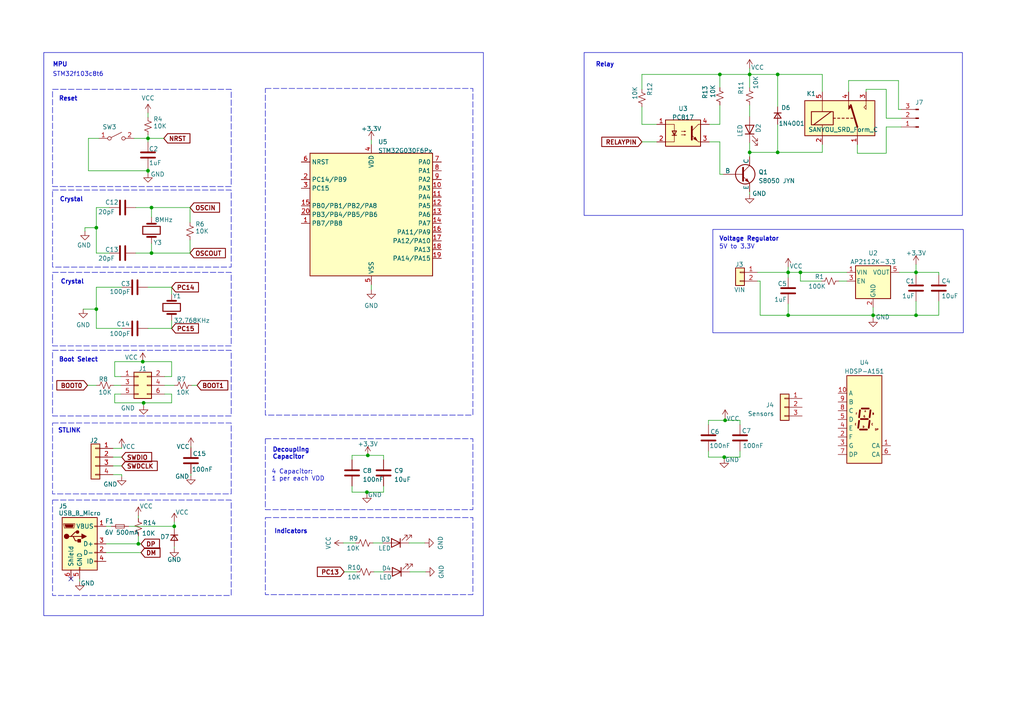
<source format=kicad_sch>
(kicad_sch (version 20230121) (generator eeschema)
  (paper "A4")
  (lib_symbols
    (symbol "Connector:Conn_01x03_Pin" (pin_names (offset 1.016) hide)
      (property "Reference" "J" (at 0 5.08 0))
      (property "Value" "Conn_01x03_Pin" (at 0 -5.08 0))
      (symbol "Conn_01x03_Pin_1_1"
        (polyline (pts (xy 1.27 -2.54) (xy 0.8636 -2.54)) (stroke (width 0.1524)))
        (polyline (pts (xy 1.27 0) (xy 0.8636 0)) (stroke (width 0.1524)))
        (polyline (pts (xy 1.27 2.54) (xy 0.8636 2.54)) (stroke (width 0.1524)))
        (rectangle (start 0.8636 -2.413) (end 0 -2.667) (stroke (width 0.1524)) (fill (type outline)))
        (rectangle (start 0.8636 0.127) (end 0 -0.127) (stroke (width 0.1524)) (fill (type outline)))
        (rectangle (start 0.8636 2.667) (end 0 2.413) (stroke (width 0.1524)) (fill (type outline)))
        (pin passive line (at 5.08 2.54 180) (length 3.81) (name "Pin_1") (number "1"))
        (pin passive line (at 5.08 0 180) (length 3.81) (name "Pin_2") (number "2"))
        (pin passive line (at 5.08 -2.54 180) (length 3.81) (name "Pin_3") (number "3"))
      )
    )
    (symbol "Connector:USB_B_Micro" (pin_names (offset 1.016))
      (property "Reference" "J" (at -5.08 11.43 0))
      (property "Value" "USB_B_Micro" (at -5.08 8.89 0))
      (symbol "USB_B_Micro_0_1"
        (rectangle (start -5.08 -7.62) (end 5.08 7.62) (stroke (width 0.254)) (fill (type background)))
        (circle (center -3.81 2.159) (radius 0.635) (stroke (width 0.254)) (fill (type outline)))
        (circle (center -0.635 3.429) (radius 0.381) (stroke (width 0.254)) (fill (type outline)))
        (rectangle (start -0.127 -7.62) (end 0.127 -6.858))
        (polyline (pts (xy -1.905 2.159) (xy 0.635 2.159)) (stroke (width 0.254)))
        (polyline (pts (xy -3.175 2.159) (xy -2.54 2.159) (xy -1.27 3.429) (xy -0.635 3.429)) (stroke (width 0.254)))
        (polyline (pts (xy -2.54 2.159) (xy -1.905 2.159) (xy -1.27 0.889) (xy 0 0.889)) (stroke (width 0.254)))
        (polyline (pts (xy 0.635 2.794) (xy 0.635 1.524) (xy 1.905 2.159) (xy 0.635 2.794)) (stroke (width 0.254)) (fill (type outline)))
        (polyline (pts (xy -4.318 5.588) (xy -1.778 5.588) (xy -2.032 4.826) (xy -4.064 4.826) (xy -4.318 5.588)) (fill (type outline)))
        (polyline (pts (xy -4.699 5.842) (xy -4.699 5.588) (xy -4.445 4.826) (xy -4.445 4.572) (xy -1.651 4.572) (xy -1.651 4.826) (xy -1.397 5.588) (xy -1.397 5.842) (xy -4.699 5.842)))
        (rectangle (start 0.254 1.27) (end -0.508 0.508) (stroke (width 0.254)) (fill (type outline)))
        (rectangle (start 5.08 -5.207) (end 4.318 -4.953))
        (rectangle (start 5.08 -2.667) (end 4.318 -2.413))
        (rectangle (start 5.08 -0.127) (end 4.318 0.127))
        (rectangle (start 5.08 4.953) (end 4.318 5.207))
      )
      (symbol "USB_B_Micro_1_1"
        (pin power_out line (at 7.62 5.08 180) (length 2.54) (name "VBUS") (number "1"))
        (pin bidirectional line (at 7.62 -2.54 180) (length 2.54) (name "D-") (number "2"))
        (pin bidirectional line (at 7.62 0 180) (length 2.54) (name "D+") (number "3"))
        (pin passive line (at 7.62 -5.08 180) (length 2.54) (name "ID") (number "4"))
        (pin power_out line (at 0 -10.16 90) (length 2.54) (name "GND") (number "5"))
        (pin passive line (at -2.54 -10.16 90) (length 2.54) (name "Shield") (number "6"))
      )
    )
    (symbol "Connector_Generic:Conn_01x02" (pin_names (offset 1.016) hide)
      (property "Reference" "J" (at 0 2.54 0))
      (property "Value" "Conn_01x02" (at 0 -5.08 0))
      (symbol "Conn_01x02_1_1"
        (rectangle (start -1.27 -2.413) (end 0 -2.667) (stroke (width 0.1524)))
        (rectangle (start -1.27 0.127) (end 0 -0.127) (stroke (width 0.1524)))
        (rectangle (start -1.27 1.27) (end 1.27 -3.81) (stroke (width 0.254)) (fill (type background)))
        (pin passive line (at -5.08 0 0) (length 3.81) (name "Pin_1") (number "1"))
        (pin passive line (at -5.08 -2.54 0) (length 3.81) (name "Pin_2") (number "2"))
      )
    )
    (symbol "Connector_Generic:Conn_01x03" (pin_names (offset 1.016) hide)
      (property "Reference" "J" (at 0 5.08 0))
      (property "Value" "Conn_01x03" (at 0 -5.08 0))
      (symbol "Conn_01x03_1_1"
        (rectangle (start -1.27 -2.413) (end 0 -2.667) (stroke (width 0.1524)))
        (rectangle (start -1.27 0.127) (end 0 -0.127) (stroke (width 0.1524)))
        (rectangle (start -1.27 2.667) (end 0 2.413) (stroke (width 0.1524)))
        (rectangle (start -1.27 3.81) (end 1.27 -3.81) (stroke (width 0.254)) (fill (type background)))
        (pin passive line (at -5.08 2.54 0) (length 3.81) (name "Pin_1") (number "1"))
        (pin passive line (at -5.08 0 0) (length 3.81) (name "Pin_2") (number "2"))
        (pin passive line (at -5.08 -2.54 0) (length 3.81) (name "Pin_3") (number "3"))
      )
    )
    (symbol "Connector_Generic:Conn_01x04" (pin_names (offset 1.016) hide)
      (property "Reference" "J" (at 0 5.08 0))
      (property "Value" "Conn_01x04" (at 0 -7.62 0))
      (symbol "Conn_01x04_1_1"
        (rectangle (start -1.27 -4.953) (end 0 -5.207) (stroke (width 0.1524)))
        (rectangle (start -1.27 -2.413) (end 0 -2.667) (stroke (width 0.1524)))
        (rectangle (start -1.27 0.127) (end 0 -0.127) (stroke (width 0.1524)))
        (rectangle (start -1.27 2.667) (end 0 2.413) (stroke (width 0.1524)))
        (rectangle (start -1.27 3.81) (end 1.27 -6.35) (stroke (width 0.254)) (fill (type background)))
        (pin passive line (at -5.08 2.54 0) (length 3.81) (name "Pin_1") (number "1"))
        (pin passive line (at -5.08 0 0) (length 3.81) (name "Pin_2") (number "2"))
        (pin passive line (at -5.08 -2.54 0) (length 3.81) (name "Pin_3") (number "3"))
        (pin passive line (at -5.08 -5.08 0) (length 3.81) (name "Pin_4") (number "4"))
      )
    )
    (symbol "Connector_Generic:Conn_02x03_Odd_Even" (pin_names (offset 1.016) hide)
      (property "Reference" "J" (at 1.27 5.08 0))
      (property "Value" "Conn_02x03_Odd_Even" (at 1.27 -5.08 0))
      (symbol "Conn_02x03_Odd_Even_1_1"
        (rectangle (start -1.27 -2.413) (end 0 -2.667) (stroke (width 0.1524)))
        (rectangle (start -1.27 0.127) (end 0 -0.127) (stroke (width 0.1524)))
        (rectangle (start -1.27 2.667) (end 0 2.413) (stroke (width 0.1524)))
        (rectangle (start -1.27 3.81) (end 3.81 -3.81) (stroke (width 0.254)) (fill (type background)))
        (rectangle (start 3.81 -2.413) (end 2.54 -2.667) (stroke (width 0.1524)))
        (rectangle (start 3.81 0.127) (end 2.54 -0.127) (stroke (width 0.1524)))
        (rectangle (start 3.81 2.667) (end 2.54 2.413) (stroke (width 0.1524)))
        (pin passive line (at -5.08 2.54 0) (length 3.81) (name "Pin_1") (number "1"))
        (pin passive line (at 7.62 2.54 180) (length 3.81) (name "Pin_2") (number "2"))
        (pin passive line (at -5.08 0 0) (length 3.81) (name "Pin_3") (number "3"))
        (pin passive line (at 7.62 0 180) (length 3.81) (name "Pin_4") (number "4"))
        (pin passive line (at -5.08 -2.54 0) (length 3.81) (name "Pin_5") (number "5"))
        (pin passive line (at 7.62 -2.54 180) (length 3.81) (name "Pin_6") (number "6"))
      )
    )
    (symbol "Device:C" (pin_numbers hide) (pin_names (offset 0.254))
      (property "Reference" "C" (at 0.635 2.54 0))
      (property "Value" "C" (at 0.635 -2.54 0))
      (symbol "C_0_1"
        (polyline (pts (xy -2.032 -0.762) (xy 2.032 -0.762)) (stroke (width 0.508)))
        (polyline (pts (xy -2.032 0.762) (xy 2.032 0.762)) (stroke (width 0.508)))
      )
      (symbol "C_1_1"
        (pin passive line (at 0 3.81 270) (length 2.794) (name "~") (number "1"))
        (pin passive line (at 0 -3.81 90) (length 2.794) (name "~") (number "2"))
      )
    )
    (symbol "Device:Crystal" (pin_numbers hide) (pin_names (offset 1.016) hide)
      (property "Reference" "Y" (at 0 3.81 0))
      (property "Value" "Crystal" (at 0 -3.81 0))
      (symbol "Crystal_0_1"
        (rectangle (start -1.143 2.54) (end 1.143 -2.54) (stroke (width 0.3048)))
        (polyline (pts (xy -2.54 0) (xy -1.905 0)))
        (polyline (pts (xy -1.905 -1.27) (xy -1.905 1.27)) (stroke (width 0.508)))
        (polyline (pts (xy 1.905 -1.27) (xy 1.905 1.27)) (stroke (width 0.508)))
        (polyline (pts (xy 2.54 0) (xy 1.905 0)))
      )
      (symbol "Crystal_1_1"
        (pin passive line (at -3.81 0 0) (length 1.27) (name "1") (number "1"))
        (pin passive line (at 3.81 0 180) (length 1.27) (name "2") (number "2"))
      )
    )
    (symbol "Device:D_Small" (pin_numbers hide) (pin_names (offset 0.254) hide)
      (property "Reference" "D" (at -1.27 2.032 0))
      (property "Value" "D_Small" (at -3.81 -2.032 0))
      (symbol "D_Small_0_1"
        (polyline (pts (xy -0.762 -1.016) (xy -0.762 1.016)) (stroke (width 0.254)))
        (polyline (pts (xy -0.762 0) (xy 0.762 0)))
        (polyline (pts (xy 0.762 -1.016) (xy -0.762 0) (xy 0.762 1.016) (xy 0.762 -1.016)) (stroke (width 0.254)))
      )
      (symbol "D_Small_1_1"
        (pin passive line (at -2.54 0 0) (length 1.778) (name "K") (number "1"))
        (pin passive line (at 2.54 0 180) (length 1.778) (name "A") (number "2"))
      )
    )
    (symbol "Device:Fuse_Small" (pin_numbers hide) (pin_names (offset 0.254) hide)
      (property "Reference" "F" (at 0 -1.524 0))
      (property "Value" "Fuse_Small" (at 0 1.524 0))
      (symbol "Fuse_Small_0_1"
        (rectangle (start -1.27 0.508) (end 1.27 -0.508))
        (polyline (pts (xy -1.27 0) (xy 1.27 0)))
      )
      (symbol "Fuse_Small_1_1"
        (pin passive line (at -2.54 0 0) (length 1.27) (name "~") (number "1"))
        (pin passive line (at 2.54 0 180) (length 1.27) (name "~") (number "2"))
      )
    )
    (symbol "Device:LED" (pin_numbers hide) (pin_names (offset 1.016) hide)
      (property "Reference" "D" (at 0 2.54 0))
      (property "Value" "LED" (at 0 -2.54 0))
      (symbol "LED_0_1"
        (polyline (pts (xy -1.27 -1.27) (xy -1.27 1.27)) (stroke (width 0.254)))
        (polyline (pts (xy -1.27 0) (xy 1.27 0)))
        (polyline (pts (xy 1.27 -1.27) (xy 1.27 1.27) (xy -1.27 0) (xy 1.27 -1.27)) (stroke (width 0.254)))
        (polyline (pts (xy -3.048 -0.762) (xy -4.572 -2.286) (xy -3.81 -2.286) (xy -4.572 -2.286) (xy -4.572 -1.524)))
        (polyline (pts (xy -1.778 -0.762) (xy -3.302 -2.286) (xy -2.54 -2.286) (xy -3.302 -2.286) (xy -3.302 -1.524)))
      )
      (symbol "LED_1_1"
        (pin passive line (at -3.81 0 0) (length 2.54) (name "K") (number "1"))
        (pin passive line (at 3.81 0 180) (length 2.54) (name "A") (number "2"))
      )
    )
    (symbol "Device:R_Small_US" (pin_numbers hide) (pin_names (offset 0.254) hide)
      (property "Reference" "R" (at 0.762 0.508 0))
      (property "Value" "R_Small_US" (at 0.762 -1.016 0))
      (symbol "R_Small_US_1_1"
        (polyline (pts (xy 0 0) (xy 1.016 -0.381) (xy 0 -0.762) (xy -1.016 -1.143) (xy 0 -1.524)))
        (polyline (pts (xy 0 1.524) (xy 1.016 1.143) (xy 0 0.762) (xy -1.016 0.381) (xy 0 0)))
        (pin passive line (at 0 2.54 270) (length 1.016) (name "~") (number "1"))
        (pin passive line (at 0 -2.54 90) (length 1.016) (name "~") (number "2"))
      )
    )
    (symbol "Display_Character:HDSP-A151"
      (property "Reference" "U" (at -3.81 13.97 0))
      (property "Value" "HDSP-A151" (at 6.35 13.97 0))
      (symbol "HDSP-A151_1_0"
        (text "A" (at 0.254 2.413 0) (effects (font (size 0.508 0.508))))
        (text "B" (at 2.54 1.651 0) (effects (font (size 0.508 0.508))))
        (text "C" (at 2.286 -1.397 0) (effects (font (size 0.508 0.508))))
        (text "D" (at -0.254 -2.159 0) (effects (font (size 0.508 0.508))))
        (text "DP" (at 3.556 -2.921 0) (effects (font (size 0.508 0.508))))
        (text "E" (at -2.54 -1.397 0) (effects (font (size 0.508 0.508))))
        (text "F" (at -2.286 1.651 0) (effects (font (size 0.508 0.508))))
        (text "G" (at 0 0.889 0) (effects (font (size 0.508 0.508))))
      )
      (symbol "HDSP-A151_1_1"
        (rectangle (start -5.08 12.7) (end 5.08 -12.7) (stroke (width 0.254)) (fill (type background)))
        (polyline (pts (xy -1.524 -0.381) (xy -1.778 -2.413)) (stroke (width 0.508)))
        (polyline (pts (xy -1.27 -2.921) (xy 0.762 -2.921)) (stroke (width 0.508)))
        (polyline (pts (xy -1.27 2.667) (xy -1.524 0.635)) (stroke (width 0.508)))
        (polyline (pts (xy -1.016 0.127) (xy 1.016 0.127)) (stroke (width 0.508)))
        (polyline (pts (xy -0.762 3.175) (xy 1.27 3.175)) (stroke (width 0.508)))
        (polyline (pts (xy 1.524 -0.381) (xy 1.27 -2.413)) (stroke (width 0.508)))
        (polyline (pts (xy 1.778 2.667) (xy 1.524 0.635)) (stroke (width 0.508)))
        (polyline (pts (xy 2.54 -2.921) (xy 2.54 -2.921)) (stroke (width 0.508)))
        (pin input line (at 7.62 -7.62 180) (length 2.54) (name "CA") (number "1"))
        (pin input line (at -7.62 7.62 0) (length 2.54) (name "A") (number "10"))
        (pin input line (at -7.62 -5.08 0) (length 2.54) (name "F") (number "2"))
        (pin input line (at -7.62 -7.62 0) (length 2.54) (name "G") (number "3"))
        (pin input line (at -7.62 -2.54 0) (length 2.54) (name "E") (number "4"))
        (pin input line (at -7.62 0 0) (length 2.54) (name "D") (number "5"))
        (pin input line (at 7.62 -10.16 180) (length 2.54) (name "CA") (number "6"))
        (pin input line (at -7.62 -10.16 0) (length 2.54) (name "DP") (number "7"))
        (pin input line (at -7.62 2.54 0) (length 2.54) (name "C") (number "8"))
        (pin input line (at -7.62 5.08 0) (length 2.54) (name "B") (number "9"))
      )
    )
    (symbol "Isolator:PC817" (pin_names (offset 1.016))
      (property "Reference" "U" (at -5.08 5.08 0))
      (property "Value" "PC817" (at 0 5.08 0))
      (symbol "PC817_0_1"
        (rectangle (start -5.08 3.81) (end 5.08 -3.81) (stroke (width 0.254)) (fill (type background)))
        (polyline (pts (xy -3.175 -0.635) (xy -1.905 -0.635)) (stroke (width 0.254)))
        (polyline (pts (xy 2.54 0.635) (xy 4.445 2.54)))
        (polyline (pts (xy 4.445 -2.54) (xy 2.54 -0.635)) (fill (type outline)))
        (polyline (pts (xy 4.445 -2.54) (xy 5.08 -2.54)))
        (polyline (pts (xy 4.445 2.54) (xy 5.08 2.54)))
        (polyline (pts (xy -5.08 2.54) (xy -2.54 2.54) (xy -2.54 -0.635)))
        (polyline (pts (xy -2.54 -0.635) (xy -2.54 -2.54) (xy -5.08 -2.54)))
        (polyline (pts (xy 2.54 1.905) (xy 2.54 -1.905) (xy 2.54 -1.905)) (stroke (width 0.508)))
        (polyline (pts (xy -2.54 -0.635) (xy -3.175 0.635) (xy -1.905 0.635) (xy -2.54 -0.635)) (stroke (width 0.254)))
        (polyline (pts (xy -0.508 -0.508) (xy 0.762 -0.508) (xy 0.381 -0.635) (xy 0.381 -0.381) (xy 0.762 -0.508)))
        (polyline (pts (xy -0.508 0.508) (xy 0.762 0.508) (xy 0.381 0.381) (xy 0.381 0.635) (xy 0.762 0.508)))
        (polyline (pts (xy 3.048 -1.651) (xy 3.556 -1.143) (xy 4.064 -2.159) (xy 3.048 -1.651) (xy 3.048 -1.651)) (fill (type outline)))
      )
      (symbol "PC817_1_1"
        (pin passive line (at -7.62 2.54 0) (length 2.54) (name "~") (number "1"))
        (pin passive line (at -7.62 -2.54 0) (length 2.54) (name "~") (number "2"))
        (pin passive line (at 7.62 -2.54 180) (length 2.54) (name "~") (number "3"))
        (pin passive line (at 7.62 2.54 180) (length 2.54) (name "~") (number "4"))
      )
    )
    (symbol "MCU_ST_STM32G0:STM32G030F6Px"
      (property "Reference" "U" (at -17.78 19.05 0))
      (property "Value" "STM32G030F6Px" (at 2.54 19.05 0))
      (symbol "STM32G030F6Px_0_1"
        (rectangle (start -17.78 -17.78) (end 17.78 17.78) (stroke (width 0.254)) (fill (type background)))
      )
      (symbol "STM32G030F6Px_1_1"
        (pin bidirectional line (at -20.32 -2.54 0) (length 2.54) (name "PB7/PB8") (number "1"))
        (pin bidirectional line (at 20.32 7.62 180) (length 2.54) (name "PA3") (number "10"))
        (pin bidirectional line (at 20.32 5.08 180) (length 2.54) (name "PA4") (number "11"))
        (pin bidirectional line (at 20.32 2.54 180) (length 2.54) (name "PA5") (number "12"))
        (pin bidirectional line (at 20.32 0 180) (length 2.54) (name "PA6") (number "13"))
        (pin bidirectional line (at 20.32 -2.54 180) (length 2.54) (name "PA7") (number "14"))
        (pin bidirectional line (at -20.32 2.54 0) (length 2.54) (name "PB0/PB1/PB2/PA8") (number "15"))
        (pin bidirectional line (at 20.32 -5.08 180) (length 2.54) (name "PA11/PA9") (number "16"))
        (pin bidirectional line (at 20.32 -7.62 180) (length 2.54) (name "PA12/PA10") (number "17"))
        (pin bidirectional line (at 20.32 -10.16 180) (length 2.54) (name "PA13") (number "18"))
        (pin bidirectional line (at 20.32 -12.7 180) (length 2.54) (name "PA14/PA15") (number "19"))
        (pin bidirectional line (at -20.32 10.16 0) (length 2.54) (name "PC14/PB9") (number "2"))
        (pin bidirectional line (at -20.32 0 0) (length 2.54) (name "PB3/PB4/PB5/PB6") (number "20"))
        (pin bidirectional line (at -20.32 7.62 0) (length 2.54) (name "PC15") (number "3"))
        (pin power_in line (at 0 20.32 270) (length 2.54) (name "VDD") (number "4"))
        (pin power_in line (at 0 -20.32 90) (length 2.54) (name "VSS") (number "5"))
        (pin input line (at -20.32 15.24 0) (length 2.54) (name "NRST") (number "6"))
        (pin bidirectional line (at 20.32 15.24 180) (length 2.54) (name "PA0") (number "7"))
        (pin bidirectional line (at 20.32 12.7 180) (length 2.54) (name "PA1") (number "8"))
        (pin bidirectional line (at 20.32 10.16 180) (length 2.54) (name "PA2") (number "9"))
      )
    )
    (symbol "Regulator_Linear:AP2112K-3.3" (pin_names (offset 0.254))
      (property "Reference" "U" (at -5.08 5.715 0))
      (property "Value" "AP2112K-3.3" (at 0 5.715 0))
      (symbol "AP2112K-3.3_0_1"
        (rectangle (start -5.08 4.445) (end 5.08 -5.08) (stroke (width 0.254)) (fill (type background)))
      )
      (symbol "AP2112K-3.3_1_1"
        (pin power_in line (at -7.62 2.54 0) (length 2.54) (name "VIN") (number "1"))
        (pin power_in line (at 0 -7.62 90) (length 2.54) (name "GND") (number "2"))
        (pin input line (at -7.62 0 0) (length 2.54) (name "EN") (number "3"))
        (pin no_connect line (at 5.08 0 180) (length 2.54) hide (name "NC") (number "4"))
        (pin power_out line (at 7.62 2.54 180) (length 2.54) (name "VOUT") (number "5"))
      )
    )
    (symbol "Relay:SANYOU_SRD_Form_C"
      (property "Reference" "K" (at 11.43 3.81 0))
      (property "Value" "SANYOU_SRD_Form_C" (at 11.43 1.27 0))
      (symbol "SANYOU_SRD_Form_C_0_0"
        (polyline (pts (xy 7.62 5.08) (xy 7.62 2.54) (xy 6.985 3.175) (xy 7.62 3.81)))
      )
      (symbol "SANYOU_SRD_Form_C_0_1"
        (rectangle (start -10.16 5.08) (end 10.16 -5.08) (stroke (width 0.254)) (fill (type background)))
        (rectangle (start -8.255 1.905) (end -1.905 -1.905) (stroke (width 0.254)))
        (polyline (pts (xy -7.62 -1.905) (xy -2.54 1.905)) (stroke (width 0.254)))
        (polyline (pts (xy -5.08 -5.08) (xy -5.08 -1.905)))
        (polyline (pts (xy -5.08 5.08) (xy -5.08 1.905)))
        (polyline (pts (xy -1.905 0) (xy -1.27 0)) (stroke (width 0.254)))
        (polyline (pts (xy -0.635 0) (xy 0 0)) (stroke (width 0.254)))
        (polyline (pts (xy 0.635 0) (xy 1.27 0)) (stroke (width 0.254)))
        (polyline (pts (xy 1.905 0) (xy 2.54 0)) (stroke (width 0.254)))
        (polyline (pts (xy 3.175 0) (xy 3.81 0)) (stroke (width 0.254)))
        (polyline (pts (xy 5.08 -2.54) (xy 3.175 3.81)) (stroke (width 0.508)))
        (polyline (pts (xy 5.08 -2.54) (xy 5.08 -5.08)))
      )
      (symbol "SANYOU_SRD_Form_C_1_1"
        (polyline (pts (xy 2.54 3.81) (xy 3.175 3.175) (xy 2.54 2.54) (xy 2.54 5.08)) (fill (type outline)))
        (pin passive line (at 5.08 -7.62 90) (length 2.54) (name "~") (number "1"))
        (pin passive line (at -5.08 -7.62 90) (length 2.54) (name "~") (number "2"))
        (pin passive line (at 7.62 7.62 270) (length 2.54) (name "~") (number "3"))
        (pin passive line (at 2.54 7.62 270) (length 2.54) (name "~") (number "4"))
        (pin passive line (at -5.08 7.62 270) (length 2.54) (name "~") (number "5"))
      )
    )
    (symbol "Simulation_SPICE:NPN" (pin_numbers hide) (pin_names (offset 0))
      (property "Reference" "Q" (at -2.54 7.62 0))
      (property "Value" "NPN" (at -2.54 5.08 0))
      (symbol "NPN_0_1"
        (polyline (pts (xy -2.54 0) (xy 0.635 0)) (stroke (width 0.1524)))
        (polyline (pts (xy 0.635 0.635) (xy 2.54 2.54)))
        (polyline (pts (xy 2.794 -1.27) (xy 2.794 -1.27)) (stroke (width 0.1524)))
        (polyline (pts (xy 2.794 -1.27) (xy 2.794 -1.27)) (stroke (width 0.1524)))
        (polyline (pts (xy 0.635 -0.635) (xy 2.54 -2.54) (xy 2.54 -2.54)))
        (polyline (pts (xy 0.635 1.905) (xy 0.635 -1.905) (xy 0.635 -1.905)) (stroke (width 0.508)))
        (polyline (pts (xy 1.27 -1.778) (xy 1.778 -1.27) (xy 2.286 -2.286) (xy 1.27 -1.778) (xy 1.27 -1.778)) (fill (type outline)))
        (circle (center 1.27 0) (radius 2.8194) (stroke (width 0.254)))
      )
      (symbol "NPN_1_1"
        (pin open_collector line (at 2.54 5.08 270) (length 2.54) (name "C") (number "1"))
        (pin input line (at -5.08 0 0) (length 2.54) (name "B") (number "2"))
        (pin open_emitter line (at 2.54 -5.08 90) (length 2.54) (name "E") (number "3"))
      )
    )
    (symbol "Switch:SW_SPST" (pin_names (offset 0) hide)
      (property "Reference" "SW" (at 0 3.175 0))
      (property "Value" "SW_SPST" (at 0 -2.54 0))
      (symbol "SW_SPST_0_0"
        (circle (center -2.032 0) (radius 0.508))
        (polyline (pts (xy -1.524 0.254) (xy 1.524 1.778)))
        (circle (center 2.032 0) (radius 0.508))
      )
      (symbol "SW_SPST_1_1"
        (pin passive line (at -5.08 0 0) (length 2.54) (name "A") (number "1"))
        (pin passive line (at 5.08 0 180) (length 2.54) (name "B") (number "2"))
      )
    )
    (symbol "power:+3.3V" (power) (pin_names (offset 0))
      (property "Value" "+3.3V" (at 0 3.556 0))
      (symbol "+3.3V_0_1"
        (polyline (pts (xy -0.762 1.27) (xy 0 2.54)))
        (polyline (pts (xy 0 0) (xy 0 2.54)))
        (polyline (pts (xy 0 2.54) (xy 0.762 1.27)))
      )
      (symbol "+3.3V_1_1"
        (pin power_in line (at 0 0 90) (length 0) hide (name "+3.3V") (number "1"))
      )
    )
    (symbol "power:GND" (power) (pin_names (offset 0))
      (property "Value" "GND" (at 0 -3.81 0))
      (symbol "GND_0_1"
        (polyline (pts (xy 0 0) (xy 0 -1.27) (xy 1.27 -1.27) (xy 0 -2.54) (xy -1.27 -1.27) (xy 0 -1.27)))
      )
      (symbol "GND_1_1"
        (pin power_in line (at 0 0 270) (length 0) hide (name "GND") (number "1"))
      )
    )
    (symbol "power:VCC" (power) (pin_names (offset 0))
      (property "Value" "VCC" (at 0 3.81 0))
      (symbol "VCC_0_1"
        (polyline (pts (xy -0.762 1.27) (xy 0 2.54)))
        (polyline (pts (xy 0 0) (xy 0 2.54)))
        (polyline (pts (xy 0 2.54) (xy 0.762 1.27)))
      )
      (symbol "VCC_1_1"
        (pin power_in line (at 0 0 90) (length 0) hide (name "VCC") (number "1"))
      )
    )
  )
  (junction (at 43.942 60.198))
  (junction (at 265.684 91.44))
  (junction (at 225.552 21.59))
  (junction (at 50.546 152.654))
  (junction (at 208.788 21.59))
  (junction (at 40.132 157.734))
  (junction (at 228.6 91.44))
  (junction (at 41.402 104.902))
  (junction (at 106.426 142.748))
  (junction (at 217.424 21.59))
  (junction (at 42.926 40.132))
  (junction (at 265.684 78.994))
  (junction (at 232.156 78.994))
  (junction (at 41.656 116.84))
  (junction (at 27.94 66.04))
  (junction (at 225.552 44.196))
  (junction (at 210.058 132.588))
  (junction (at 217.424 44.196))
  (junction (at 106.68 132.08))
  (junction (at 43.942 73.406))
  (junction (at 210.312 121.92))
  (junction (at 228.6 78.994))
  (junction (at 42.926 49.53))
  (junction (at 27.94 89.662))
  (junction (at 253.238 91.44))
  (no_connect (at 20.574 167.894))
  (wire (pts (xy 49.784 116.84) (xy 41.656 116.84)))
  (wire (pts (xy 33.02 111.76) (xy 35.052 111.76)))
  (wire (pts (xy 27.94 60.198) (xy 27.94 66.04)))
  (wire (pts (xy 186.182 30.988) (xy 186.182 36.068)))
  (wire (pts (xy 35.052 109.22) (xy 33.274 109.22)))
  (wire (pts (xy 49.784 114.3) (xy 49.784 116.84)))
  (wire (pts (xy 23.114 168.656) (xy 23.114 167.894)))
  (wire (pts (xy 55.118 60.198) (xy 43.942 60.198)))
  (wire (pts (xy 49.784 104.902) (xy 49.784 109.22)))
  (wire (pts (xy 265.684 78.994) (xy 265.684 79.756)))
  (wire (pts (xy 217.424 21.59) (xy 225.552 21.59)))
  (wire (pts (xy 214.63 121.92) (xy 214.63 123.19)))
  (wire (pts (xy 208.788 41.148) (xy 205.74 41.148)))
  (wire (pts (xy 260.858 78.994) (xy 265.684 78.994)))
  (wire (pts (xy 24.638 67.056) (xy 24.638 66.04)))
  (wire (pts (xy 50.546 152.654) (xy 50.546 153.416)))
  (wire (pts (xy 42.926 50.292) (xy 42.926 49.53)))
  (wire (pts (xy 42.926 49.53) (xy 42.926 48.768)))
  (wire (pts (xy 186.182 25.908) (xy 186.182 21.59)))
  (wire (pts (xy 219.71 81.534) (xy 220.472 81.534)))
  (wire (pts (xy 205.486 130.81) (xy 205.486 132.588)))
  (wire (pts (xy 40.132 149.606) (xy 40.132 150.368)))
  (wire (pts (xy 110.998 157.48) (xy 108.204 157.48)))
  (wire (pts (xy 214.63 130.81) (xy 214.63 132.588)))
  (wire (pts (xy 260.604 23.368) (xy 246.126 23.368)))
  (wire (pts (xy 272.288 78.994) (xy 272.288 79.756)))
  (wire (pts (xy 30.734 160.274) (xy 40.894 160.274)))
  (wire (pts (xy 208.788 21.59) (xy 208.788 25.4)))
  (wire (pts (xy 225.552 36.068) (xy 225.552 44.196)))
  (wire (pts (xy 55.372 137.922) (xy 55.372 137.414)))
  (wire (pts (xy 261.366 31.75) (xy 260.604 31.75)))
  (wire (pts (xy 49.784 85.344) (xy 49.784 83.312)))
  (wire (pts (xy 210.312 121.92) (xy 214.63 121.92)))
  (wire (pts (xy 220.472 81.534) (xy 220.472 91.44)))
  (wire (pts (xy 49.784 95.25) (xy 42.926 95.25)))
  (wire (pts (xy 38.862 40.132) (xy 42.926 40.132)))
  (wire (pts (xy 257.048 25.908) (xy 257.048 34.29)))
  (wire (pts (xy 208.788 50.546) (xy 208.788 41.148)))
  (wire (pts (xy 32.766 135.128) (xy 35.306 135.128)))
  (wire (pts (xy 228.6 88.138) (xy 228.6 91.44)))
  (wire (pts (xy 243.332 81.534) (xy 245.618 81.534)))
  (wire (pts (xy 111.252 132.08) (xy 111.252 133.35)))
  (wire (pts (xy 107.696 84.074) (xy 107.696 82.55)))
  (wire (pts (xy 210.058 132.588) (xy 214.63 132.588)))
  (wire (pts (xy 238.506 44.196) (xy 225.552 44.196)))
  (wire (pts (xy 25.654 49.53) (xy 42.926 49.53)))
  (wire (pts (xy 217.424 56.388) (xy 217.424 55.626)))
  (wire (pts (xy 49.784 83.312) (xy 42.926 83.312)))
  (wire (pts (xy 209.804 50.546) (xy 208.788 50.546)))
  (wire (pts (xy 55.372 129.54) (xy 55.372 129.794)))
  (wire (pts (xy 49.784 92.964) (xy 49.784 95.25)))
  (wire (pts (xy 246.126 23.368) (xy 246.126 26.67)))
  (wire (pts (xy 251.206 26.67) (xy 251.206 25.908)))
  (wire (pts (xy 106.426 142.748) (xy 111.252 142.748)))
  (wire (pts (xy 25.4 111.76) (xy 27.94 111.76)))
  (wire (pts (xy 261.366 36.83) (xy 257.048 36.83)))
  (wire (pts (xy 217.424 44.196) (xy 217.424 45.466)))
  (wire (pts (xy 111.252 140.97) (xy 111.252 142.748)))
  (wire (pts (xy 220.472 91.44) (xy 228.6 91.44)))
  (wire (pts (xy 210.312 121.412) (xy 210.312 121.92)))
  (wire (pts (xy 238.252 81.534) (xy 232.156 81.534)))
  (wire (pts (xy 217.424 19.812) (xy 217.424 21.59)))
  (wire (pts (xy 50.546 111.76) (xy 47.752 111.76)))
  (wire (pts (xy 225.552 44.196) (xy 217.424 44.196)))
  (wire (pts (xy 27.94 73.406) (xy 31.75 73.406)))
  (wire (pts (xy 55.118 64.516) (xy 55.118 60.198)))
  (wire (pts (xy 41.656 116.84) (xy 41.656 117.602)))
  (wire (pts (xy 208.788 36.068) (xy 205.74 36.068)))
  (wire (pts (xy 27.94 83.312) (xy 35.306 83.312)))
  (wire (pts (xy 257.048 36.83) (xy 257.048 44.45)))
  (wire (pts (xy 111.252 165.862) (xy 108.458 165.862)))
  (wire (pts (xy 248.666 44.45) (xy 248.666 41.91)))
  (wire (pts (xy 228.6 91.44) (xy 253.238 91.44)))
  (wire (pts (xy 47.752 109.22) (xy 49.784 109.22)))
  (wire (pts (xy 43.942 73.406) (xy 39.37 73.406)))
  (wire (pts (xy 253.238 92.202) (xy 253.238 91.44)))
  (wire (pts (xy 35.052 114.3) (xy 33.274 114.3)))
  (wire (pts (xy 219.71 78.994) (xy 228.6 78.994)))
  (wire (pts (xy 106.68 132.08) (xy 111.252 132.08)))
  (wire (pts (xy 43.942 73.406) (xy 55.118 73.406)))
  (wire (pts (xy 99.822 165.862) (xy 103.378 165.862)))
  (wire (pts (xy 253.238 91.44) (xy 253.238 89.154)))
  (wire (pts (xy 232.156 78.994) (xy 245.618 78.994)))
  (wire (pts (xy 24.13 89.662) (xy 27.94 89.662)))
  (wire (pts (xy 32.766 132.588) (xy 35.306 132.588)))
  (wire (pts (xy 43.942 70.612) (xy 43.942 73.406)))
  (wire (pts (xy 186.182 36.068) (xy 190.5 36.068)))
  (wire (pts (xy 57.15 111.76) (xy 55.626 111.76)))
  (wire (pts (xy 99.568 157.48) (xy 103.124 157.48)))
  (wire (pts (xy 102.108 140.97) (xy 102.108 142.748)))
  (wire (pts (xy 208.788 30.48) (xy 208.788 36.068)))
  (wire (pts (xy 228.6 78.994) (xy 232.156 78.994)))
  (wire (pts (xy 27.94 66.04) (xy 27.94 73.406)))
  (wire (pts (xy 260.604 31.75) (xy 260.604 23.368)))
  (wire (pts (xy 40.132 157.734) (xy 40.894 157.734)))
  (wire (pts (xy 35.306 137.668) (xy 32.766 137.668)))
  (wire (pts (xy 35.306 130.048) (xy 32.766 130.048)))
  (wire (pts (xy 238.506 41.91) (xy 238.506 44.196)))
  (wire (pts (xy 35.306 130.048) (xy 35.306 129.794)))
  (wire (pts (xy 39.37 60.198) (xy 43.942 60.198)))
  (wire (pts (xy 107.696 40.64) (xy 107.696 41.91)))
  (wire (pts (xy 228.6 80.518) (xy 228.6 78.994)))
  (wire (pts (xy 217.424 21.59) (xy 217.424 25.4)))
  (wire (pts (xy 102.108 142.748) (xy 106.426 142.748)))
  (wire (pts (xy 106.426 142.748) (xy 106.426 143.256)))
  (wire (pts (xy 265.684 78.994) (xy 272.288 78.994)))
  (wire (pts (xy 186.182 21.59) (xy 208.788 21.59)))
  (wire (pts (xy 42.926 40.132) (xy 47.498 40.132)))
  (wire (pts (xy 27.94 89.662) (xy 27.94 95.25)))
  (wire (pts (xy 50.546 159.004) (xy 50.546 158.496)))
  (wire (pts (xy 205.486 132.588) (xy 210.058 132.588)))
  (wire (pts (xy 27.94 89.662) (xy 27.94 83.312)))
  (wire (pts (xy 102.108 133.35) (xy 102.108 132.08)))
  (wire (pts (xy 232.156 81.534) (xy 232.156 78.994)))
  (wire (pts (xy 42.926 39.116) (xy 42.926 40.132)))
  (wire (pts (xy 272.288 87.376) (xy 272.288 91.44)))
  (wire (pts (xy 33.274 116.84) (xy 41.656 116.84)))
  (wire (pts (xy 208.788 21.59) (xy 217.424 21.59)))
  (wire (pts (xy 265.684 91.44) (xy 253.238 91.44)))
  (wire (pts (xy 24.638 66.04) (xy 27.94 66.04)))
  (wire (pts (xy 102.108 132.08) (xy 106.68 132.08)))
  (wire (pts (xy 205.486 121.92) (xy 210.312 121.92)))
  (wire (pts (xy 186.182 41.148) (xy 190.5 41.148)))
  (wire (pts (xy 272.288 91.44) (xy 265.684 91.44)))
  (wire (pts (xy 50.546 151.384) (xy 50.546 152.654)))
  (wire (pts (xy 123.444 165.862) (xy 118.872 165.862)))
  (wire (pts (xy 27.94 95.25) (xy 35.306 95.25)))
  (wire (pts (xy 228.6 77.47) (xy 228.6 78.994)))
  (wire (pts (xy 238.506 21.59) (xy 238.506 26.67)))
  (wire (pts (xy 41.402 104.902) (xy 49.784 104.902)))
  (wire (pts (xy 50.546 152.654) (xy 37.338 152.654)))
  (wire (pts (xy 28.702 40.132) (xy 25.654 40.132)))
  (wire (pts (xy 47.752 114.3) (xy 49.784 114.3)))
  (wire (pts (xy 265.684 76.708) (xy 265.684 78.994)))
  (wire (pts (xy 55.118 73.406) (xy 55.118 69.596)))
  (wire (pts (xy 265.684 87.376) (xy 265.684 91.44)))
  (wire (pts (xy 35.306 138.176) (xy 35.306 137.668)))
  (wire (pts (xy 225.552 21.59) (xy 238.506 21.59)))
  (wire (pts (xy 205.486 121.92) (xy 205.486 123.19)))
  (wire (pts (xy 33.274 104.902) (xy 41.402 104.902)))
  (wire (pts (xy 31.75 60.198) (xy 27.94 60.198)))
  (wire (pts (xy 123.19 157.48) (xy 118.618 157.48)))
  (wire (pts (xy 33.274 114.3) (xy 33.274 116.84)))
  (wire (pts (xy 210.058 132.588) (xy 210.058 133.096)))
  (wire (pts (xy 217.424 33.782) (xy 217.424 30.48)))
  (wire (pts (xy 251.206 25.908) (xy 257.048 25.908)))
  (wire (pts (xy 42.926 32.766) (xy 42.926 34.036)))
  (wire (pts (xy 30.734 157.734) (xy 40.132 157.734)))
  (wire (pts (xy 40.132 155.448) (xy 40.132 157.734)))
  (wire (pts (xy 43.942 60.198) (xy 43.942 62.992)))
  (wire (pts (xy 257.048 34.29) (xy 261.366 34.29)))
  (wire (pts (xy 25.654 40.132) (xy 25.654 49.53)))
  (wire (pts (xy 32.258 152.654) (xy 30.734 152.654)))
  (wire (pts (xy 42.926 40.132) (xy 42.926 41.148)))
  (wire (pts (xy 257.048 44.45) (xy 248.666 44.45)))
  (wire (pts (xy 217.424 41.402) (xy 217.424 44.196)))
  (wire (pts (xy 225.552 21.59) (xy 225.552 30.988)))
  (wire (pts (xy 33.274 109.22) (xy 33.274 104.902)))
  (rectangle (start 76.962 150.114) (end 137.16 172.466) (stroke (width 0) (type dash)))
  (rectangle (start 15.24 101.6) (end 67.056 120.65) (stroke (width 0) (type dash)))
  (rectangle (start 76.962 127.254) (end 137.16 147.828) (stroke (width 0) (type dash)))
  (rectangle (start 12.7 15.24) (end 140.208 178.562))
  (rectangle (start 169.418 15.24) (end 279.146 62.484))
  (rectangle (start 15.24 122.682) (end 67.056 143.256) (stroke (width 0) (type dash)))
  (rectangle (start 15.24 78.994) (end 67.056 100.33) (stroke (width 0) (type dash)))
  (rectangle (start 206.756 66.548) (end 279.4 96.52))
  (rectangle (start 76.962 25.654) (end 137.16 120.396) (stroke (width 0) (type dash)))
  (rectangle (start 15.24 145.034) (end 67.056 172.72) (stroke (width 0) (type dash)))
  (rectangle (start 15.24 55.118) (end 67.056 77.47) (stroke (width 0) (type dash)))
  (rectangle (start 15.24 25.908) (end 67.056 54.102) (stroke (width 0) (type dash)))
  (text "5V to 3.3V\n" (at 208.534 72.39 0) (effects (font (size 1.27 1.27)) (justify left bottom)))
  (text "Crystal\n" (at 17.526 82.55 0) (effects (font (size 1.27 1.27) bold) (justify left bottom)))
  (text "Boot Select" (at 17.018 105.156 0) (effects (font (size 1.27 1.27) bold) (justify left bottom)))
  (text "STLINK\n" (at 16.764 125.73 0) (effects (font (size 1.27 1.27) bold) (justify left bottom)))
  (text "Voltage Regulator\n" (at 208.534 70.104 0) (effects (font (size 1.27 1.27) bold) (justify left bottom)))
  (text "Reset\n" (at 17.018 29.464 0) (effects (font (size 1.27 1.27) bold) (justify left bottom)))
  (text "Relay\n" (at 172.72 19.558 0) (effects (font (size 1.27 1.27) bold) (justify left bottom)))
  (text "MPU\n" (at 15.24 19.558 0) (effects (font (size 1.27 1.27) (thickness 0.254) bold) (justify left bottom)))
  (text "STM32f103c8t6" (at 15.24 22.352 0) (effects (font (size 1.27 1.27)) (justify left bottom)))
  (text "Crystal\n" (at 17.272 58.674 0) (effects (font (size 1.27 1.27) bold) (justify left bottom)))
  (text "4 Capacitor: \n1 per each VDD\n" (at 78.74 139.7 0) (effects (font (size 1.27 1.27)) (justify left bottom)))
  (text "Indicators\n" (at 79.502 154.94 0) (effects (font (size 1.27 1.27) bold) (justify left bottom)))
  (text "Decoupling \nCapacitor\n" (at 78.994 133.35 0) (effects (font (size 1.27 1.27) bold) (justify left bottom)))
  (global_label "DP" (shape input) (at 40.894 157.734 0) (effects (font bold)) (property "Intersheetrefs" "${INTERSHEET_REFS}" (effects hide)))
  (global_label "RELAYPIN" (shape input) (at 186.182 41.148 180) (effects (font bold)) (property "Intersheetrefs" "${INTERSHEET_REFS}" (effects hide)))
  (global_label "SWDIO" (shape input) (at 35.306 132.588 0) (effects (font bold)) (property "Intersheetrefs" "${INTERSHEET_REFS}" (effects hide)))
  (global_label "PC13" (shape input) (at 99.822 165.862 180) (effects (font bold)) (property "Intersheetrefs" "${INTERSHEET_REFS}" (effects hide)))
  (global_label "OSCIN" (shape input) (at 55.118 60.198 0) (effects (font bold)) (property "Intersheetrefs" "${INTERSHEET_REFS}" (effects hide)))
  (global_label "BOOT1" (shape input) (at 57.15 111.76 0) (effects (font bold)) (property "Intersheetrefs" "${INTERSHEET_REFS}" (effects hide)))
  (global_label "BOOT0" (shape input) (at 25.4 111.76 180) (effects (font bold)) (property "Intersheetrefs" "${INTERSHEET_REFS}" (effects hide)))
  (global_label "NRST" (shape input) (at 47.498 40.132 0) (effects (font bold)) (property "Intersheetrefs" "${INTERSHEET_REFS}" (effects hide)))
  (global_label "PC14" (shape input) (at 49.784 83.312 0) (effects (font bold)) (property "Intersheetrefs" "${INTERSHEET_REFS}" (effects hide)))
  (global_label "OSCOUT" (shape input) (at 55.118 73.406 0) (effects (font bold)) (property "Intersheetrefs" "${INTERSHEET_REFS}" (effects hide)))
  (global_label "SWDCLK" (shape input) (at 35.306 135.128 0) (effects (font bold)) (property "Intersheetrefs" "${INTERSHEET_REFS}" (effects hide)))
  (global_label "DM" (shape input) (at 40.894 160.274 0) (effects (font bold)) (property "Intersheetrefs" "${INTERSHEET_REFS}" (effects hide)))
  (global_label "PC15" (shape input) (at 49.784 95.25 0) (effects (font bold)) (property "Intersheetrefs" "${INTERSHEET_REFS}" (effects hide)))
  (symbol (lib_id "power:+3.3V") (at 265.684 76.708 0) (unit 1)
    (property "Reference" "#PWR02" (effects hide))
    (property "Value" "+3.3V" (at 265.684 73.406 0))
  )
  (symbol (lib_id "Device:R_Small_US") (at 40.132 152.908 180) (unit 1)
    (property "Reference" "R14" (at 41.402 151.638 0) (effects (justify right)))
    (property "Value" "10K" (at 41.148 154.686 0) (effects (justify right)))
    (property "Footprint" "Resistor_SMD:R_0805_2012Metric_Pad1.20x1.40mm_HandSolder" (effects hide))
  )
  (symbol (lib_id "Device:C") (at 39.116 83.312 270) (unit 1)
    (property "Reference" "C3" (at 35.052 82.296 90) (effects (justify left)))
    (property "Value" "100pF" (at 31.75 84.582 90) (effects (justify left)))
    (property "Footprint" "Capacitor_SMD:C_0805_2012Metric_Pad1.18x1.45mm_HandSolder" (effects hide))
  )
  (symbol (lib_id "MCU_ST_STM32G0:STM32G030F6Px") (at 107.696 62.23 0) (unit 1)
    (property "Reference" "U5" (at 109.6519 41.148 0) (effects (justify left)))
    (property "Value" "STM32G030F6Px" (at 109.6519 43.688 0) (effects (justify left)))
    (property "Footprint" "Package_SO:TSSOP-20_4.4x6.5mm_P0.65mm" (effects hide))
    (property "Datasheet" "https://www.st.com/resource/en/datasheet/stm32g030f6.pdf" (effects hide))
  )
  (symbol (lib_id "Connector_Generic:Conn_02x03_Odd_Even") (at 40.132 111.76 0) (unit 1)
    (property "Reference" "J1" (at 41.402 106.934 0))
    (property "Value" "Conn_02x03_Odd_Even" (effects hide))
  )
  (symbol (lib_id "power:GND") (at 35.306 138.176 0) (unit 1)
    (property "Reference" "#PWR019" (effects hide))
    (property "Value" "GND" (at 32.004 140.462 0))
  )
  (symbol (lib_id "power:+3.3V") (at 107.696 40.64 0) (unit 1)
    (property "Reference" "#PWR04" (effects hide))
    (property "Value" "+3.3V" (at 107.696 37.338 0))
  )
  (symbol (lib_id "power:GND") (at 24.638 67.056 0) (unit 1)
    (property "Reference" "#PWR014" (effects hide))
    (property "Value" "GND" (at 24.384 71.12 0))
  )
  (symbol (lib_id "Device:Fuse_Small") (at 34.798 152.654 0) (unit 1)
    (property "Reference" "F1" (at 31.75 151.13 0))
    (property "Value" "6V 500mA" (at 35.306 154.432 0))
    (property "Footprint" "Fuse:Fuse_1812_4532Metric_Pad1.30x3.40mm_HandSolder" (effects hide))
  )
  (symbol (lib_id "Device:C") (at 39.116 95.25 270) (unit 1)
    (property "Reference" "C14" (at 33.782 93.98 90) (effects (justify left)))
    (property "Value" "100pF" (at 31.75 96.774 90) (effects (justify left)))
    (property "Footprint" "Capacitor_SMD:C_0805_2012Metric_Pad1.18x1.45mm_HandSolder" (effects hide))
  )
  (symbol (lib_id "Device:LED") (at 217.424 37.592 90) (unit 1)
    (property "Reference" "D2" (at 219.964 35.814 0) (effects (justify right)))
    (property "Value" "LED" (at 214.63 36.068 0) (effects (justify right)))
    (property "Footprint" "LED_SMD:LED_1206_3216Metric_Pad1.42x1.75mm_HandSolder" (effects hide))
  )
  (symbol (lib_id "Connector_Generic:Conn_01x04") (at 27.686 132.588 0) (mirror y) (unit 1)
    (property "Reference" "J2" (at 28.448 127.762 0) (effects (justify left)))
    (property "Value" "Conn_01x04" (effects hide))
  )
  (symbol (lib_id "power:VCC") (at 55.372 129.54 0) (unit 1)
    (property "Reference" "#PWR021" (effects hide))
    (property "Value" "VCC" (at 53.086 129.54 0))
  )
  (symbol (lib_id "Device:R_Small_US") (at 208.788 27.94 0) (unit 1)
    (property "Reference" "R13" (at 204.47 28.702 90) (effects (justify left)))
    (property "Value" "10K" (at 206.756 28.448 90) (effects (justify left)))
    (property "Footprint" "Resistor_SMD:R_0805_2012Metric_Pad1.20x1.40mm_HandSolder" (effects hide))
  )
  (symbol (lib_id "power:VCC") (at 42.926 32.766 0) (unit 1)
    (property "Reference" "#PWR09" (effects hide))
    (property "Value" "VCC" (at 42.926 28.448 0))
  )
  (symbol (lib_id "Device:R_Small_US") (at 240.792 81.534 90) (unit 1)
    (property "Reference" "R1" (at 239.014 80.264 90) (effects (justify left)))
    (property "Value" "100K" (at 239.522 83.058 90) (effects (justify left)))
    (property "Footprint" "Resistor_SMD:R_0603_1608Metric_Pad0.98x0.95mm_HandSolder" (effects hide))
  )
  (symbol (lib_id "power:VCC") (at 40.132 149.606 0) (unit 1)
    (property "Reference" "#PWR034" (effects hide))
    (property "Value" "VCC" (at 42.418 146.812 0))
  )
  (symbol (lib_id "Device:C") (at 228.6 84.328 0) (unit 1)
    (property "Reference" "C5" (at 225.552 82.296 0) (effects (justify left)))
    (property "Value" "1uF" (at 224.536 86.868 0) (effects (justify left)))
    (property "Footprint" "Capacitor_SMD:C_0805_2012Metric_Pad1.18x1.45mm_HandSolder" (effects hide))
  )
  (symbol (lib_id "power:GND") (at 55.372 137.922 0) (unit 1)
    (property "Reference" "#PWR022" (effects hide))
    (property "Value" "GND" (at 52.832 138.176 0))
  )
  (symbol (lib_id "Connector_Generic:Conn_01x03") (at 227.584 118.11 0) (mirror y) (unit 1)
    (property "Reference" "J4" (at 224.536 117.475 0) (effects (justify left)))
    (property "Value" "Sensors" (at 224.536 120.015 0) (effects (justify left)))
  )
  (symbol (lib_id "power:VCC") (at 50.546 151.384 0) (unit 1)
    (property "Reference" "#PWR032" (effects hide))
    (property "Value" "VCC" (at 52.832 148.59 0))
  )
  (symbol (lib_id "Device:C") (at 265.684 83.566 0) (unit 1)
    (property "Reference" "C1" (at 262.636 81.534 0) (effects (justify left)))
    (property "Value" "1uF" (at 261.62 85.852 0) (effects (justify left)))
    (property "Footprint" "Capacitor_SMD:C_0805_2012Metric_Pad1.18x1.45mm_HandSolder" (effects hide))
  )
  (symbol (lib_id "power:VCC") (at 99.568 157.48 90) (unit 1)
    (property "Reference" "#PWR023" (effects hide))
    (property "Value" "VCC" (at 95.25 157.48 0))
  )
  (symbol (lib_id "power:+3.3V") (at 106.68 132.08 0) (unit 1)
    (property "Reference" "#PWR011" (effects hide))
    (property "Value" "+3.3V" (at 106.68 128.778 0))
  )
  (symbol (lib_id "Device:C") (at 272.288 83.566 0) (unit 1)
    (property "Reference" "C4" (at 273.05 81.534 0) (effects (justify left)))
    (property "Value" "10uF" (at 273.05 85.852 0) (effects (justify left)))
    (property "Footprint" "Capacitor_SMD:C_0805_2012Metric_Pad1.18x1.45mm_HandSolder" (effects hide))
  )
  (symbol (lib_id "power:GND") (at 106.426 143.256 0) (unit 1)
    (property "Reference" "#PWR012" (effects hide))
    (property "Value" "GND" (at 108.712 143.51 0))
  )
  (symbol (lib_id "power:GND") (at 41.656 117.602 0) (unit 1)
    (property "Reference" "#PWR018" (effects hide))
    (property "Value" "GND" (at 37.084 118.364 0))
  )
  (symbol (lib_id "Device:C") (at 55.372 133.604 0) (unit 1)
    (property "Reference" "C15" (at 55.88 131.572 0) (effects (justify left)))
    (property "Value" "100nF" (at 55.626 136.144 0) (effects (justify left)))
    (property "Footprint" "Capacitor_SMD:C_0805_2012Metric_Pad1.18x1.45mm_HandSolder" (effects hide))
  )
  (symbol (lib_id "Device:LED") (at 115.062 165.862 180) (unit 1)
    (property "Reference" "D4" (at 110.744 164.846 0) (effects (justify right)))
    (property "Value" "LED" (at 109.982 167.386 0) (effects (justify right)))
    (property "Footprint" "LED_SMD:LED_1206_3216Metric_Pad1.42x1.75mm_HandSolder" (effects hide))
  )
  (symbol (lib_id "Device:C") (at 205.486 127 0) (unit 1)
    (property "Reference" "C6" (at 205.994 125.222 0) (effects (justify left)))
    (property "Value" "100nF" (at 205.74 129.286 0) (effects (justify left)))
    (property "Footprint" "Capacitor_SMD:C_0603_1608Metric_Pad1.08x0.95mm_HandSolder" (effects hide))
  )
  (symbol (lib_id "power:GND") (at 107.696 84.074 0) (unit 1)
    (property "Reference" "#PWR03" (effects hide))
    (property "Value" "GND" (at 107.696 88.646 0))
  )
  (symbol (lib_id "Device:Crystal") (at 49.784 89.154 90) (unit 1)
    (property "Reference" "Y1" (at 51.308 85.852 90))
    (property "Value" "32.768KHz" (at 55.626 92.964 90))
    (property "Footprint" "Crystal:Crystal_SMD_SeikoEpson_MC306-4Pin_8.0x3.2mm_HandSoldering" (effects hide))
  )
  (symbol (lib_id "Device:LED") (at 114.808 157.48 180) (unit 1)
    (property "Reference" "D3" (at 110.49 156.464 0) (effects (justify right)))
    (property "Value" "LED" (at 109.728 159.004 0) (effects (justify right)))
    (property "Footprint" "LED_SMD:LED_1206_3216Metric_Pad1.42x1.75mm_HandSolder" (effects hide))
  )
  (symbol (lib_id "Regulator_Linear:AP2112K-3.3") (at 253.238 81.534 0) (unit 1)
    (property "Reference" "U2" (at 253.238 73.406 0))
    (property "Value" "AP2112K-3.3" (at 253.238 75.946 0))
    (property "Footprint" "Package_TO_SOT_SMD:SOT-23-5" (effects hide))
    (property "Datasheet" "https://www.diodes.com/assets/Datasheets/AP2112.pdf" (effects hide))
  )
  (symbol (lib_id "Device:R_Small_US") (at 186.182 28.448 0) (unit 1)
    (property "Reference" "R12" (at 188.468 27.813 90) (effects (justify left)))
    (property "Value" "10K" (at 184.15 28.956 90) (effects (justify left)))
    (property "Footprint" "Resistor_SMD:R_0805_2012Metric_Pad1.20x1.40mm_HandSolder" (effects hide))
  )
  (symbol (lib_id "power:GND") (at 253.238 92.202 0) (unit 1)
    (property "Reference" "#PWR01" (effects hide))
    (property "Value" "GND" (at 256.032 91.948 0))
  )
  (symbol (lib_id "power:VCC") (at 210.312 121.412 0) (unit 1)
    (property "Reference" "#PWR06" (effects hide))
    (property "Value" "VCC" (at 212.598 121.412 0))
  )
  (symbol (lib_id "Device:C") (at 111.252 137.16 0) (unit 1)
    (property "Reference" "C9" (at 114.3 136.525 0) (effects (justify left)))
    (property "Value" "10uF" (at 114.3 139.065 0) (effects (justify left)))
    (property "Footprint" "Capacitor_SMD:C_0805_2012Metric_Pad1.18x1.45mm_HandSolder" (effects hide))
  )
  (symbol (lib_id "Relay:SANYOU_SRD_Form_C") (at 243.586 34.29 0) (unit 1)
    (property "Reference" "K1" (at 233.934 27.178 0) (effects (justify left)))
    (property "Value" "SANYOU_SRD_Form_C" (at 234.442 37.592 0) (effects (justify left)))
    (property "Footprint" "Relay_THT:Relay_SPDT_SANYOU_SRD_Series_Form_C" (effects hide))
    (property "Datasheet" "http://www.sanyourelay.ca/public/products/pdf/SRD.pdf" (effects hide))
  )
  (symbol (lib_id "power:GND") (at 217.424 56.388 0) (unit 1)
    (property "Reference" "#PWR030" (effects hide))
    (property "Value" "GND" (at 220.218 56.134 0))
  )
  (symbol (lib_id "power:GND") (at 123.19 157.48 90) (unit 1)
    (property "Reference" "#PWR024" (effects hide))
    (property "Value" "GND" (at 127.762 157.48 0))
  )
  (symbol (lib_id "power:GND") (at 23.114 168.656 0) (unit 1)
    (property "Reference" "#PWR031" (effects hide))
    (property "Value" "GND" (at 25.4 169.164 0))
  )
  (symbol (lib_id "Device:C") (at 42.926 44.958 0) (unit 1)
    (property "Reference" "C2" (at 43.18 43.18 0) (effects (justify left)))
    (property "Value" "1uF" (at 43.18 47.244 0) (effects (justify left)))
    (property "Footprint" "Capacitor_SMD:C_0805_2012Metric_Pad1.18x1.45mm_HandSolder" (effects hide))
  )
  (symbol (lib_id "Device:C") (at 35.56 73.406 270) (unit 1)
    (property "Reference" "C13" (at 30.48 72.39 90) (effects (justify left)))
    (property "Value" "20pF" (at 28.448 74.93 90) (effects (justify left)))
    (property "Footprint" "Capacitor_SMD:C_0805_2012Metric_Pad1.18x1.45mm_HandSolder" (effects hide))
  )
  (symbol (lib_id "power:GND") (at 24.13 89.662 0) (unit 1)
    (property "Reference" "#PWR015" (effects hide))
    (property "Value" "GND" (at 24.13 94.234 0))
  )
  (symbol (lib_id "power:GND") (at 50.546 159.004 0) (unit 1)
    (property "Reference" "#PWR033" (effects hide))
    (property "Value" "GND" (at 50.546 162.306 0))
  )
  (symbol (lib_id "Device:Crystal") (at 43.942 66.802 90) (unit 1)
    (property "Reference" "Y3" (at 45.72 70.358 90))
    (property "Value" "8MHz" (at 47.498 63.754 90))
    (property "Footprint" "Crystal:Crystal_HC49-4H_Vertical" (effects hide))
  )
  (symbol (lib_id "power:VCC") (at 35.306 129.794 0) (unit 1)
    (property "Reference" "#PWR020" (effects hide))
    (property "Value" "VCC" (at 37.338 129.54 0))
  )
  (symbol (lib_id "power:VCC") (at 41.402 104.902 0) (unit 1)
    (property "Reference" "#PWR017" (effects hide))
    (property "Value" "VCC" (at 38.1 103.632 0))
  )
  (symbol (lib_id "Device:R_Small_US") (at 30.48 111.76 270) (unit 1)
    (property "Reference" "R8" (at 29.972 109.982 90))
    (property "Value" "10K" (at 30.48 113.792 90))
    (property "Footprint" "Resistor_SMD:R_0805_2012Metric_Pad1.20x1.40mm_HandSolder" (effects hide))
  )
  (symbol (lib_id "Device:C") (at 35.56 60.198 270) (unit 1)
    (property "Reference" "C12" (at 30.48 58.674 90) (effects (justify left)))
    (property "Value" "20pF" (at 28.448 61.468 90) (effects (justify left)))
    (property "Footprint" "Capacitor_SMD:C_0805_2012Metric_Pad1.18x1.45mm_HandSolder" (effects hide))
  )
  (symbol (lib_id "power:GND") (at 210.058 133.096 0) (unit 1)
    (property "Reference" "#PWR05" (effects hide))
    (property "Value" "GND" (at 212.344 133.35 0))
  )
  (symbol (lib_id "power:GND") (at 42.926 50.292 0) (unit 1)
    (property "Reference" "#PWR010" (effects hide))
    (property "Value" "GND" (at 45.72 50.546 0))
  )
  (symbol (lib_id "Device:R_Small_US") (at 55.118 67.056 180) (unit 1)
    (property "Reference" "R6" (at 56.642 65.024 0) (effects (justify right)))
    (property "Value" "10K" (at 56.642 67.056 0) (effects (justify right)))
    (property "Footprint" "Resistor_SMD:R_0805_2012Metric_Pad1.20x1.40mm_HandSolder" (effects hide))
  )
  (symbol (lib_id "Device:R_Small_US") (at 53.086 111.76 270) (unit 1)
    (property "Reference" "R7" (at 52.578 109.982 90))
    (property "Value" "10K" (at 53.086 113.792 90))
    (property "Footprint" "Resistor_SMD:R_0805_2012Metric_Pad1.20x1.40mm_HandSolder" (effects hide))
  )
  (symbol (lib_id "Device:D_Small") (at 225.552 33.528 270) (unit 1)
    (property "Reference" "D6" (at 226.568 31.242 90) (effects (justify left)))
    (property "Value" "1N4001" (at 225.806 35.814 90) (effects (justify left)))
    (property "Sim.Device" "D" (effects hide))
    (property "Sim.Pins" "1=K 2=A" (effects hide))
  )
  (symbol (lib_id "Connector_Generic:Conn_01x02") (at 214.63 78.994 0) (mirror y) (unit 1)
    (property "Reference" "J3" (at 215.646 76.708 0) (effects (justify left)))
    (property "Value" "VIN" (at 216.154 84.074 0) (effects (justify left)))
  )
  (symbol (lib_id "Simulation_SPICE:NPN") (at 214.884 50.546 0) (unit 1)
    (property "Reference" "Q1" (at 219.964 49.911 0) (effects (justify left)))
    (property "Value" "S8050 JYN" (at 219.964 52.451 0) (effects (justify left)))
    (property "Sim.Device" "NPN" (effects hide))
    (property "Sim.Type" "GUMMELPOON" (effects hide))
    (property "Sim.Pins" "1=C 2=B 3=E" (effects hide))
  )
  (symbol (lib_id "power:VCC") (at 217.424 19.812 0) (unit 1)
    (property "Reference" "#PWR07" (effects hide))
    (property "Value" "VCC" (at 219.71 19.558 0))
  )
  (symbol (lib_id "Device:R_Small_US") (at 105.918 165.862 90) (unit 1)
    (property "Reference" "R10" (at 104.648 164.592 90) (effects (justify left)))
    (property "Value" "10K" (at 104.648 167.386 90) (effects (justify left)))
    (property "Footprint" "Resistor_SMD:R_0805_2012Metric_Pad1.20x1.40mm_HandSolder" (effects hide))
  )
  (symbol (lib_id "Device:C") (at 102.108 137.16 0) (unit 1)
    (property "Reference" "C8" (at 105.156 136.525 0) (effects (justify left)))
    (property "Value" "100nF" (at 105.156 139.065 0) (effects (justify left)))
    (property "Footprint" "Capacitor_SMD:C_0805_2012Metric_Pad1.18x1.45mm_HandSolder" (effects hide))
  )
  (symbol (lib_id "Connector:USB_B_Micro") (at 23.114 157.734 0) (unit 1)
    (property "Reference" "J5" (at 18.288 146.812 0))
    (property "Value" "USB_B_Micro" (at 23.114 148.844 0))
    (property "Footprint" "Connector_USB:USB_Mini-B_Lumberg_2486_01_Horizontal" (effects hide))
  )
  (symbol (lib_id "Device:R_Small_US") (at 105.664 157.48 90) (unit 1)
    (property "Reference" "R9" (at 103.886 156.21 90) (effects (justify left)))
    (property "Value" "10K" (at 104.394 159.004 90) (effects (justify left)))
    (property "Footprint" "Resistor_SMD:R_0805_2012Metric_Pad1.20x1.40mm_HandSolder" (effects hide))
  )
  (symbol (lib_id "Device:C") (at 214.63 127 0) (unit 1)
    (property "Reference" "C7" (at 215.138 124.968 0) (effects (justify left)))
    (property "Value" "100nF" (at 215.392 129.286 0) (effects (justify left)))
    (property "Footprint" "Capacitor_SMD:C_0603_1608Metric_Pad1.08x0.95mm_HandSolder" (effects hide))
  )
  (symbol (lib_id "Device:D_Small") (at 50.546 155.956 270) (unit 1)
    (property "Reference" "D7" (at 46.482 155.702 90) (effects (justify left)))
    (property "Value" "D_Small" (effects hide))
    (property "Footprint" "Diode_SMD:D_SMA-SMB_Universal_Handsoldering" (effects hide))
  )
  (symbol (lib_id "power:VCC") (at 228.6 77.47 0) (unit 1)
    (property "Reference" "#PWR08" (effects hide))
    (property "Value" "VCC" (at 230.886 77.216 0))
  )
  (symbol (lib_id "Device:R_Small_US") (at 42.926 36.576 180) (unit 1)
    (property "Reference" "R4" (at 44.45 34.544 0) (effects (justify right)))
    (property "Value" "10K" (at 44.45 36.576 0) (effects (justify right)))
    (property "Footprint" "Resistor_SMD:R_0805_2012Metric_Pad1.20x1.40mm_HandSolder" (effects hide))
  )
  (symbol (lib_id "Device:R_Small_US") (at 217.424 27.94 0) (unit 1)
    (property "Reference" "R11" (at 214.884 27.432 90) (effects (justify left)))
    (property "Value" "10K" (at 219.202 25.908 90) (effects (justify left)))
    (property "Footprint" "Resistor_SMD:R_0805_2012Metric_Pad1.20x1.40mm_HandSolder" (effects hide))
  )
  (symbol (lib_id "Connector:Conn_01x03_Pin") (at 266.446 34.29 180) (unit 1)
    (property "Reference" "J7" (at 265.43 29.718 0) (effects (justify right)))
    (property "Value" "Conn_01x03_Pin" (effects hide))
  )
  (symbol (lib_id "Isolator:PC817") (at 198.12 38.608 0) (unit 1)
    (property "Reference" "U3" (at 198.12 31.496 0))
    (property "Value" "PC817" (at 198.12 34.036 0))
    (property "Footprint" "Package_DIP:DIP-4_W7.62mm" (effects hide))
    (property "Datasheet" "http://www.soselectronic.cz/a_info/resource/d/pc817.pdf" (effects hide))
  )
  (symbol (lib_id "Switch:SW_SPST") (at 33.782 40.132 0) (unit 1)
    (property "Reference" "SW3" (at 31.75 36.83 0))
    (property "Value" "SW_SPST" (effects hide))
    (property "Footprint" "Button_Switch_SMD:SW_Push_1P1T_NO_6x6mm_H9.5mm" (effects hide))
  )
  (symbol (lib_id "power:GND") (at 123.444 165.862 90) (unit 1)
    (property "Reference" "#PWR026" (effects hide))
    (property "Value" "GND" (at 128.016 165.862 0))
  )
  (symbol (lib_id "Display_Character:HDSP-A151") (at 250.698 121.666 0) (unit 1)
    (property "Reference" "U4" (at 250.698 105.156 0))
    (property "Value" "HDSP-A151" (at 250.698 107.696 0))
    (property "Footprint" "Display_7Segment:HDSP-A151" (effects hide))
    (property "Datasheet" "https://docs.broadcom.com/docs/AV02-2553EN" (effects hide))
  )
)
</source>
